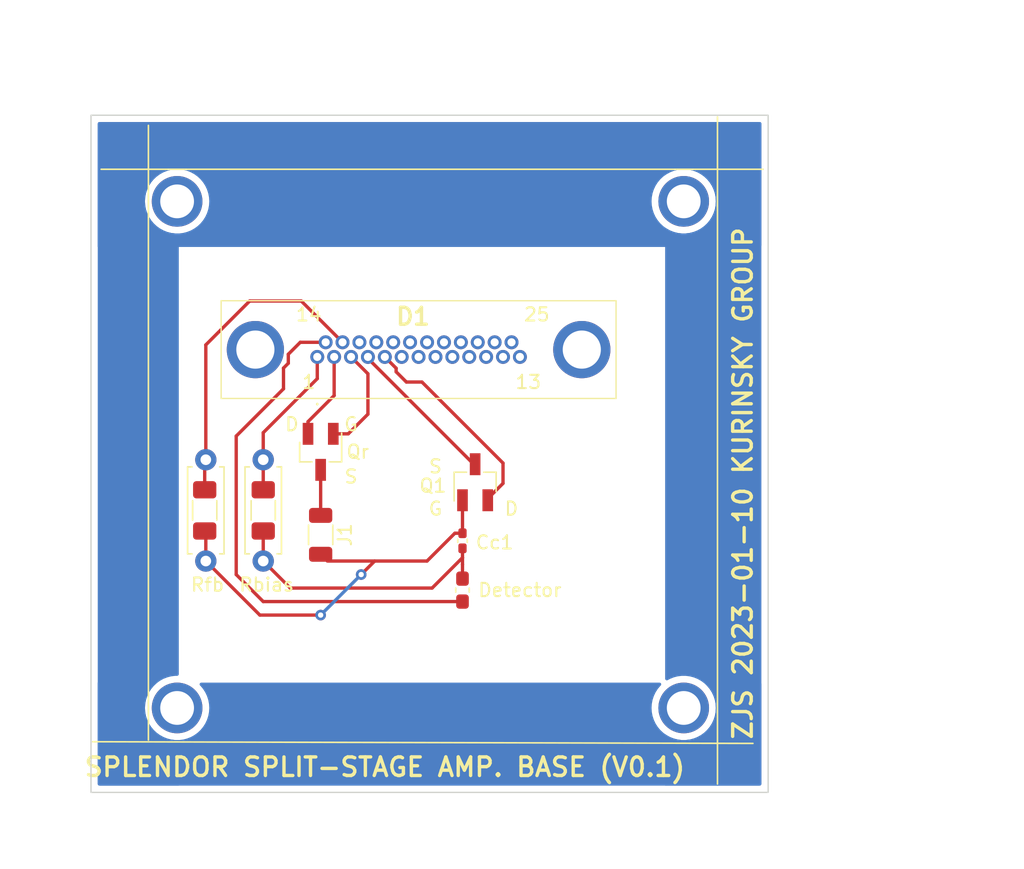
<source format=kicad_pcb>
(kicad_pcb (version 20211014) (generator pcbnew)
  (layers (0 "F.Cu" signal) (31 "B.Cu" signal) (34 "B.Paste" user) (35 "F.Paste" user) (36 "B.SilkS" user "B.Silkscreen") (37 "F.SilkS" user "F.Silkscreen") (38 "B.Mask" user) (39 "F.Mask" user) (44 "Edge.Cuts" user))
  (net 0 "")
  (net 1 "1")
  (net 2 "2")
  (net 3 "3")
  (net 4 "4")
  (net 5 "5")
  (net 6 "14")
  (net 7 "15")
  (net 8 "16")
  (net 9 "17")
  (net 10 "a")
  (net 11 "c")
  (net 12 "13")
  (net 13 "12")
  (net 14 "11")
  (net 15 "10")
  (net 16 "9")
  (net 17 "8")
  (net 18 "7")
  (net 19 "6")
  (net 20 "18")
  (net 21 "19")
  (net 22 "20")
  (net 23 "21")
  (net 24 "22")
  (net 25 "23")
  (net 26 "24")
  (net 27 "25")
  (net 28 "b")
  (footprint "Resistor_SMD:R_1206_3216Metric_Pad1.30x1.75mm_HandSolder" (layer "F.Cu") (at 77.216 78.232 90)
    (fp_text reference "Rbias" (at -5.588 0.254) (layer "F.SilkS"))
    (fp_text value "R_1206_3216Metric_Pad1.30x1.75mm_HandSolder")
    (fp_line (start -0.727064 -0.91) (end 0.727064 -0.91) (layer "F.SilkS") (width 0.12))
    (fp_line (start -0.727064 0.91) (end 0.727064 0.91) (layer "F.SilkS") (width 0.12))
    (pad "1" smd roundrect (at -1.55 0 90) (size 1.3 1.75) (layers "F.Cu" "F.Paste" "F.Mask") (roundrect_rratio 0.192308) (net 28 "b"))
    (pad "2" smd roundrect (at 1.55 0 90) (size 1.3 1.75) (layers "F.Cu" "F.Paste" "F.Mask") (roundrect_rratio 0.192308) (net 1 "1"))
  )
  (footprint "MyFootprintLibrary:SOT-23-Handsolder" (layer "F.Cu") (at 81.534 73.824 -90)
    (fp_text reference "Qr" (at 0 -2.794 -180) (layer "F.SilkS"))
    (fp_text value "Q_NJFET_GDS")
    (fp_text user "S" (at 1.868 -2.286 -180) (layer "F.SilkS"))
    (fp_text user "G" (at -2.069 -2.286 -180) (layer "F.SilkS"))
    (fp_line (start 0.76 1.58) (end 0.76 0.65) (layer "F.SilkS") (width 0.12))
    (fp_line (start 0.76 -1.58) (end 0.76 -0.65) (layer "F.SilkS") (width 0.12))
    (fp_line (start 0.76 1.58) (end -0.7 1.58) (layer "F.SilkS") (width 0.12))
    (fp_line (start 0.76 -1.58) (end -1.4 -1.58) (layer "F.SilkS") (width 0.12))
    (pad "1" smd rect locked (at -1.35 -0.95 270) (size 1.65 0.8) (layers "F.Cu" "F.Paste" "F.Mask") (net 3 "3"))
    (pad "2" smd rect locked (at -1.35 0.95 270) (size 1.65 0.8) (layers "F.Cu" "F.Paste" "F.Mask") (net 2 "2"))
    (pad "3" smd rect locked (at 1.36 0 270) (size 1.65 0.8) (layers "F.Cu" "F.Paste" "F.Mask") (net 10 "a"))
  )
  (footprint "Resistor_THT:R_Axial_DIN0207_L6.3mm_D2.5mm_P7.62mm_Horizontal" (layer "F.Cu") (at 72.898 74.422 -90)
    (fp_text reference "REF**" hide)
    (fp_text value "R_Axial_DIN0207_L6.3mm_D2.5mm_P7.62mm_Horizontal")
    (fp_line (start 0.54 1.04) (end 0.54 1.37) (layer "F.SilkS") (width 0.12))
    (fp_line (start 7.08 1.37) (end 7.08 1.04) (layer "F.SilkS") (width 0.12))
    (fp_line (start 0.54 -1.37) (end 7.08 -1.37) (layer "F.SilkS") (width 0.12))
    (fp_line (start 0.54 -1.04) (end 0.54 -1.37) (layer "F.SilkS") (width 0.12))
    (fp_line (start 7.08 -1.37) (end 7.08 -1.04) (layer "F.SilkS") (width 0.12))
    (fp_line (start 0.54 1.37) (end 7.08 1.37) (layer "F.SilkS") (width 0.12))
    (pad "1" thru_hole circle (at 0 0 270) (size 1.6 1.6) (drill 0.8) (layers *.Cu *.Mask) (net 7 "15"))
    (pad "2" thru_hole oval (at 7.62 0 270) (size 1.6 1.6) (drill 0.8) (layers *.Cu *.Mask) (net 11 "c"))
  )
  (footprint "MyFootprintLibrary:0p1 inch mounting hole" (layer "F.Cu") (at 108.839 54.991 180)
    (fp_text reference "J5" hide)
    (fp_text value "Conn_01x01" hide)
    (pad "1" thru_hole circle locked (at 0 0 180) (size 3.81 3.81) (drill 2.54) (layers *.Cu *.Mask))
  )
  (footprint "Resistor_SMD:R_1206_3216Metric" (layer "F.Cu") (at 81.534 80.0715 -90)
    (fp_text reference "J1" (at 0 -1.82 90) (layer "F.SilkS"))
    (fp_text value "R_1206_3216Metric")
    (fp_line (start -0.727064 0.91) (end 0.727064 0.91) (layer "F.SilkS") (width 0.12))
    (fp_line (start -0.727064 -0.91) (end 0.727064 -0.91) (layer "F.SilkS") (width 0.12))
    (pad "1" smd roundrect (at -1.4625 0 270) (size 1.125 1.75) (layers "F.Cu" "F.Paste" "F.Mask") (roundrect_rratio 0.222222) (net 10 "a"))
    (pad "2" smd roundrect (at 1.4625 0 270) (size 1.125 1.75) (layers "F.Cu" "F.Paste" "F.Mask") (roundrect_rratio 0.222222) (net 11 "c"))
  )
  (footprint "MyFootprintLibrary:0p1 inch mounting hole" (layer "F.Cu") (at 108.839 93.091)
    (fp_text reference "J4" hide)
    (fp_text value "Conn_01x01" hide)
    (pad "1" thru_hole circle locked (at 0 0) (size 3.81 3.81) (drill 2.54) (layers *.Cu *.Mask))
  )
  (footprint "MyFootprintLibrary:0p1 inch mounting hole" (layer "F.Cu") (at 70.739 54.991 -90)
    (fp_text reference "J5" hide)
    (fp_text value "Conn_01x01" hide)
    (pad "1" thru_hole circle locked (at 0 0 270) (size 3.81 3.81) (drill 2.54) (layers *.Cu *.Mask))
  )
  (footprint "Capacitor_SMD:C_0402_1005Metric_Pad0.74x0.62mm_HandSolder" (layer "F.Cu") (at 92.202 80.518 90)
    (fp_text reference "Cc1" (at -0.127 2.413 180) (layer "F.SilkS"))
    (fp_text value "C_0402_1005Metric_Pad0.74x0.62mm_HandSolder")
    (fp_line (start -0.115835 -0.36) (end 0.115835 -0.36) (layer "F.SilkS") (width 0.12))
    (fp_line (start -0.115835 0.36) (end 0.115835 0.36) (layer "F.SilkS") (width 0.12))
    (pad "1" smd roundrect (at -0.5675 0 90) (size 0.735 0.62) (layers "F.Cu" "F.Paste" "F.Mask") (net 28 "b"))
    (pad "2" smd roundrect (at 0.5675 0 90) (size 0.735 0.62) (layers "F.Cu" "F.Paste" "F.Mask") (net 11 "c"))
  )
  (footprint "Connector_Dsub:mdm25_footprint" (layer "F.Cu") (at 88.9 66.04 180)
    (fp_text reference "D1" (at 0.420856 2.383599) (layer "F.SilkS") (effects (font (size 1.27 1.27) (thickness 0.254))))
    (fp_text value "MDM 25 Female" hide)
    (fp_text user "13" (at -8.255 -2.54) (layer "F.SilkS"))
    (fp_text user "25" (at -8.89 2.54) (layer "F.SilkS"))
    (fp_text user "14" (at 8.255 2.54) (layer "F.SilkS"))
    (fp_text user "1" (at 8.255 -2.54) (layer "F.SilkS"))
    (fp_line (start 14.85 -3.775) (end 14.85 3.575) (layer "F.SilkS") (width 0.1))
    (fp_line (start 14.85 3.575) (end -14.85 3.575) (layer "F.SilkS") (width 0.1))
    (fp_line (start 7.62 -4.25) (end 7.62 -4.25) (layer "F.SilkS") (width 0.1))
    (fp_line (start -14.85 -3.775) (end 14.85 -3.775) (layer "F.SilkS") (width 0.1))
    (fp_line (start -14.85 3.575) (end -14.85 -3.775) (layer "F.SilkS") (width 0.1))
    (fp_line (start 7.62 -4.15) (end 7.62 -4.15) (layer "F.SilkS") (width 0.1))
    (fp_arc (start 7.62 -4.15) (mid 7.57 -4.2) (end 7.62 -4.25) (layer "F.SilkS") (width 0.1))
    (fp_arc (start 7.62 -4.25) (mid 7.67 -4.2) (end 7.62 -4.15) (layer "F.SilkS") (width 0.1))
    (pad "1" thru_hole circle (at 7.62 -0.65 180) (size 1.05 1.05) (drill 0.61) (layers *.Cu *.Mask) (net 1 "1"))
    (pad "2" thru_hole circle (at 6.35 -0.65 180) (size 1.05 1.05) (drill 0.61) (layers *.Cu *.Mask) (net 2 "2"))
    (pad "3" thru_hole circle (at 5.08 -0.65 180) (size 1.05 1.05) (drill 0.61) (layers *.Cu *.Mask) (net 3 "3"))
    (pad "4" thru_hole circle (at 3.81 -0.65 180) (size 1.05 1.05) (drill 0.61) (layers *.Cu *.Mask) (net 4 "4"))
    (pad "5" thru_hole circle (at 2.54 -0.65 180) (size 1.05 1.05) (drill 0.61) (layers *.Cu *.Mask) (net 5 "5"))
    (pad "6" thru_hole circle (at 1.27 -0.65 180) (size 1.05 1.05) (drill 0.61) (layers *.Cu *.Mask) (net 19 "6"))
    (pad "7" thru_hole circle (at 0 -0.65 180) (size 1.05 1.05) (drill 0.61) (layers *.Cu *.Mask) (net 18 "7"))
    (pad "8" thru_hole circle (at -1.27 -0.65 180) (size 1.05 1.05) (drill 0.61) (layers *.Cu *.Mask) (net 17 "8"))
    (pad "9" thru_hole circle (at -2.54 -0.65 180) (size 1.05 1.05) (drill 0.61) (layers *.Cu *.Mask) (net 16 "9"))
    (pad "10" thru_hole circle (at -3.81 -0.65 180) (size 1.05 1.05) (drill 0.61) (layers *.Cu *.Mask) (net 15 "10"))
    (pad "11" thru_hole circle (at -5.08 -0.65 180) (size 1.05 1.05) (drill 0.61) (layers *.Cu *.Mask) (net 14 "11"))
    (pad "12" thru_hole circle (at -6.35 -0.65 180) (size 1.05 1.05) (drill 0.61) (layers *.Cu *.Mask) (net 13 "12"))
    (pad "13" thru_hole circle (at -7.62 -0.65 180) (size 1.05 1.05) (drill 0.61) (layers *.Cu *.Mask) (net 12 "13"))
    (pad "14" thru_hole circle (at 6.99 0.45 180) (size 1.05 1.05) (drill 0.61) (layers *.Cu *.Mask) (net 6 "14"))
    (pad "15" thru_hole circle (at 5.72 0.45 180) (size 1.05 1.05) (drill 0.61) (layers *.Cu *.Mask) (net 7 "15"))
    (pad "16" thru_hole circle (at 4.45 0.45 180) (size 1.05 1.05) (drill 0.61) (layers *.Cu *.Mask) (net 8 "16"))
    (pad "17" thru_hole circle (at 3.18 0.45 180) (size 1.05 1.05) (drill 0.61) (layers *.Cu *.Mask) (net 9 "17"))
    (pad "18" thru_hole circle (at 1.91 0.45 180) (size 1.05 1.05) (drill 0.61) (layers *.Cu *.Mask) (net 20 "18"))
    (pad "19" thru_hole circle (at 0.64 0.45 180) (size 1.05 1.05) (drill 0.61) (layers *.Cu *.Mask) (net 21 "19"))
    (pad "20" thru_hole circle (at -0.64 0.45 180) (size 1.05 1.05) (drill 0.61) (layers *.Cu *.Mask) (net 22 "20"))
    (pad "21" thru_hole circle (at -1.91 0.45 180) (size 1.05 1.05) (drill 0.61) (layers *.Cu *.Mask) (net 23 "21"))
    (pad "22" thru_hole circle (at -3.18 0.45 180) (size 1.05 1.05) (drill 0.61) (layers *.Cu *.Mask) (net 24 "22"))
    (pad "23" thru_hole circle (at -4.45 0.45 180) (size 1.05 1.05) (drill 0.61) (layers *.Cu *.Mask) (net 25 "23"))
    (pad "24" thru_hole circle (at -5.72 0.45 180) (size 1.05 1.05) (drill 0.61) (layers *.Cu *.Mask) (net 26 "24"))
    (pad "25" thru_hole circle (at -6.99 0.45 180) (size 1.05 1.05) (drill 0.61) (layers *.Cu *.Mask) (net 27 "25"))
    (pad "MH1" thru_hole circle (at -12.275 -0.1 180) (size 4.305 4.305) (drill 2.87) (layers *.Cu *.Mask))
    (pad "MH2" thru_hole circle (at 12.275 -0.1 180) (size 4.305 4.305) (drill 2.87) (layers *.Cu *.Mask))
  )
  (footprint "Resistor_SMD:R_1206_3216Metric_Pad1.30x1.75mm_HandSolder" (layer "F.Cu") (at 72.814 78.232 90)
    (fp_text reference "Rfb" (at -5.588 0.211) (layer "F.SilkS"))
    (fp_text value "R_1206_3216Metric_Pad1.30x1.75mm_HandSolder")
    (fp_line (start -0.727064 0.91) (end 0.727064 0.91) (layer "F.SilkS") (width 0.12))
    (fp_line (start -0.727064 -0.91) (end 0.727064 -0.91) (layer "F.SilkS") (width 0.12))
    (pad "1" smd roundrect (at -1.55 0 90) (size 1.3 1.75) (layers "F.Cu" "F.Paste" "F.Mask") (roundrect_rratio 0.192308) (net 11 "c"))
    (pad "2" smd roundrect (at 1.55 0 90) (size 1.3 1.75) (layers "F.Cu" "F.Paste" "F.Mask") (roundrect_rratio 0.192308) (net 7 "15"))
  )
  (footprint "MyFootprintLibrary:SOT-23-Handsolder" (layer "F.Cu") (at 93.152 76.12 90)
    (fp_text reference "Q1" (at -0.254 -3.175 180) (layer "F.SilkS"))
    (fp_text value "Q_NJFET_GDS")
    (fp_text user "G" (at -1.985 -2.982 180) (layer "F.SilkS"))
    (fp_text user "D" (at -1.985 2.733 180) (layer "F.SilkS"))
    (fp_text user "S" (at 1.19 -2.982 180) (layer "F.SilkS"))
    (fp_line (start 0.76 1.58) (end 0.76 0.65) (layer "F.SilkS") (width 0.12))
    (fp_line (start 0.76 1.58) (end -0.7 1.58) (layer "F.SilkS") (width 0.12))
    (fp_line (start 0.76 -1.58) (end -1.4 -1.58) (layer "F.SilkS") (width 0.12))
    (fp_line (start 0.76 -1.58) (end 0.76 -0.65) (layer "F.SilkS") (width 0.12))
    (pad "1" smd rect locked (at -1.35 -0.95 90) (size 1.65 0.8) (layers "F.Cu" "F.Paste" "F.Mask") (net 11 "c"))
    (pad "2" smd rect locked (at -1.35 0.95 90) (size 1.65 0.8) (layers "F.Cu" "F.Paste" "F.Mask") (net 5 "5"))
    (pad "3" smd rect locked (at 1.36 0 90) (size 1.65 0.8) (layers "F.Cu" "F.Paste" "F.Mask") (net 4 "4"))
  )
  (footprint "Capacitor_SMD:C_0603_1608Metric_Pad1.08x0.95mm_HandSolder" (layer "F.Cu") (at 92.202 84.2275 90)
    (fp_text reference "Detector" (at 0 4.318 180) (layer "F.SilkS"))
    (fp_text value "C_0603_1608Metric_Pad1.08x0.95mm_HandSolder")
    (fp_line (start -0.146267 -0.51) (end 0.146267 -0.51) (layer "F.SilkS") (width 0.12))
    (fp_line (start -0.146267 0.51) (end 0.146267 0.51) (layer "F.SilkS") (width 0.12))
    (pad "1" smd roundrect (at -0.8625 0 90) (size 1.075 0.95) (layers "F.Cu" "F.Paste" "F.Mask") (net 6 "14"))
    (pad "2" smd roundrect (at 0.8625 0 90) (size 1.075 0.95) (layers "F.Cu" "F.Paste" "F.Mask") (net 28 "b"))
  )
  (footprint "MyFootprintLibrary:0p1 inch mounting hole" (layer "F.Cu") (at 70.739 93.091)
    (fp_text reference "J5" hide)
    (fp_text value "Conn_01x01" hide)
    (pad "1" thru_hole circle locked (at 0 0) (size 3.81 3.81) (drill 2.54) (layers *.Cu *.Mask))
  )
  (footprint "Resistor_THT:R_Axial_DIN0207_L6.3mm_D2.5mm_P7.62mm_Horizontal" (layer "F.Cu") (at 77.216 82.042 90)
    (fp_text reference "REF**" hide)
    (fp_text value "R_Axial_DIN0207_L6.3mm_D2.5mm_P7.62mm_Horizontal")
    (fp_line (start 0.54 -1.04) (end 0.54 -1.37) (layer "F.SilkS") (width 0.12))
    (fp_line (start 0.54 -1.37) (end 7.08 -1.37) (layer "F.SilkS") (width 0.12))
    (fp_line (start 0.54 1.04) (end 0.54 1.37) (layer "F.SilkS") (width 0.12))
    (fp_line (start 7.08 1.37) (end 7.08 1.04) (layer "F.SilkS") (width 0.12))
    (fp_line (start 7.08 -1.37) (end 7.08 -1.04) (layer "F.SilkS") (width 0.12))
    (fp_line (start 0.54 1.37) (end 7.08 1.37) (layer "F.SilkS") (width 0.12))
    (pad "1" thru_hole circle (at 0 0 90) (size 1.6 1.6) (drill 0.8) (layers *.Cu *.Mask) (net 28 "b"))
    (pad "2" thru_hole oval (at 7.62 0 90) (size 1.6 1.6) (drill 0.8) (layers *.Cu *.Mask) (net 1 "1"))
  )
  (gr_line (start 64.389 95.631) (end 114.046 95.758) (layer "F.SilkS") (width 0.12))
  (gr_line (start 65.024 52.578) (end 114.808 52.578) (layer "F.SilkS") (width 0.12))
  (gr_line (start 111.379 98.806) (end 111.379 48.641) (layer "F.SilkS") (width 0.12))
  (gr_line (start 68.58 95.504) (end 68.58 49.276) (layer "F.SilkS") (width 0.12))
  (gr_rect (start 64.262 48.514) (end 115.189 99.441) (layer "Edge.Cuts") (width 0.1) (fill none))
  (gr_text "D" (at 79.375 71.755) (layer "F.SilkS") (effects (font (size 1 1))))
  (gr_text "ZJS 2023-01-10 KURINSKY GROUP\n" (at 113.284 76.2 90) (layer "F.SilkS") (effects (font (size 1.397 1.397) (thickness 0.254))))
  (gr_text "SPLENDOR SPLIT-STAGE AMP. BASE (V0.1)" (at 86.36 97.536) (layer "F.SilkS") (effects (font (size 1.397 1.397) (thickness 0.254))))
  (segment (start 77.216 74.422) (end 77.216 76.682) (width 0.25) (layer "F.Cu") (net 1))
  (segment (start 81.28 68.326) (end 77.216 72.39) (width 0.25) (layer "F.Cu") (net 1))
  (segment (start 77.216 72.39) (end 77.216 74.422) (width 0.25) (layer "F.Cu") (net 1))
  (segment (start 81.28 66.69) (end 81.28 68.326) (width 0.25) (layer "F.Cu") (net 1))
  (segment (start 80.584 71.562) (end 80.584 72.474) (width 0.25) (layer "F.Cu") (net 2))
  (segment (start 82.55 66.69) (end 82.55 69.596) (width 0.25) (layer "F.Cu") (net 2))
  (segment (start 82.55 69.596) (end 80.584 71.562) (width 0.25) (layer "F.Cu") (net 2))
  (segment (start 85.09 67.96) (end 85.09 70.994396) (width 0.25) (layer "F.Cu") (net 3))
  (segment (start 83.610396 72.474) (end 82.23 72.474) (width 0.25) (layer "F.Cu") (net 3))
  (segment (start 85.09 70.994396) (end 83.610396 72.474) (width 0.25) (layer "F.Cu") (net 3))
  (segment (start 83.82 66.69) (end 85.09 67.96) (width 0.25) (layer "F.Cu") (net 3))
  (segment (start 85.09 66.802) (end 93.048 74.76) (width 0.25) (layer "F.Cu") (net 4))
  (segment (start 93.048 74.76) (end 93.152 74.76) (width 0.25) (layer "F.Cu") (net 4))
  (segment (start 85.09 66.69) (end 85.09 66.802) (width 0.25) (layer "F.Cu") (net 4))
  (segment (start 87.21 67.54) (end 86.36 66.69) (width 0.25) (layer "F.Cu") (net 5))
  (segment (start 87.982082 68.58) (end 87.21 67.807918) (width 0.25) (layer "F.Cu") (net 5))
  (segment (start 95.25 76.2) (end 95.25 74.676) (width 0.25) (layer "F.Cu") (net 5))
  (segment (start 94.102 77.348) (end 95.25 76.2) (width 0.25) (layer "F.Cu") (net 5))
  (segment (start 95.25 74.676) (end 89.154 68.58) (width 0.25) (layer "F.Cu") (net 5))
  (segment (start 94.102 77.47) (end 94.102 77.348) (width 0.25) (layer "F.Cu") (net 5))
  (segment (start 87.21 67.807918) (end 87.21 67.54) (width 0.25) (layer "F.Cu") (net 5))
  (segment (start 89.154 68.58) (end 87.982082 68.58) (width 0.25) (layer "F.Cu") (net 5))
  (segment (start 78.74 69.088) (end 78.74 67.528715) (width 0.25) (layer "F.Cu") (net 6))
  (segment (start 79.1025 66.49) (end 80.0025 65.59) (width 0.25) (layer "F.Cu") (net 6))
  (segment (start 92.202 85.09) (end 77.216 85.09) (width 0.25) (layer "F.Cu") (net 6))
  (segment (start 75.184 72.644) (end 78.74 69.088) (width 0.25) (layer "F.Cu") (net 6))
  (segment (start 79.1025 67.166215) (end 79.1025 66.49) (width 0.25) (layer "F.Cu") (net 6))
  (segment (start 75.184 83.058) (end 75.184 72.644) (width 0.25) (layer "F.Cu") (net 6))
  (segment (start 80.0025 65.59) (end 81.91 65.59) (width 0.25) (layer "F.Cu") (net 6))
  (segment (start 78.74 67.528715) (end 79.1025 67.166215) (width 0.25) (layer "F.Cu") (net 6))
  (segment (start 77.216 85.09) (end 75.184 83.058) (width 0.25) (layer "F.Cu") (net 6))
  (segment (start 80.074 62.484) (end 76.2 62.484) (width 0.25) (layer "F.Cu") (net 7))
  (segment (start 72.898 65.786) (end 72.898 74.422) (width 0.25) (layer "F.Cu") (net 7))
  (segment (start 72.814 74.506) (end 72.898 74.422) (width 0.25) (layer "F.Cu") (net 7))
  (segment (start 83.18 65.59) (end 80.074 62.484) (width 0.25) (layer "F.Cu") (net 7))
  (segment (start 76.2 62.484) (end 72.898 65.786) (width 0.25) (layer "F.Cu") (net 7))
  (segment (start 72.814 76.682) (end 72.814 74.506) (width 0.25) (layer "F.Cu") (net 7))
  (segment (start 81.534 75.184) (end 81.534 78.609) (width 0.25) (layer "F.Cu") (net 10))
  (segment (start 72.898 82.042) (end 72.898 79.866) (width 0.25) (layer "F.Cu") (net 11))
  (segment (start 72.898 79.866) (end 72.814 79.782) (width 0.25) (layer "F.Cu") (net 11))
  (segment (start 84.582 83.058) (end 85.598 82.042) (width 0.25) (layer "F.Cu") (net 11))
  (segment (start 89.535 82.042) (end 85.598 82.042) (width 0.25) (layer "F.Cu") (net 11))
  (segment (start 85.598 82.042) (end 82.042 82.042) (width 0.25) (layer "F.Cu") (net 11))
  (segment (start 92.202 79.9505) (end 91.6265 79.9505) (width 0.25) (layer "F.Cu") (net 11))
  (segment (start 92.202 77.47) (end 92.202 79.9505) (width 0.25) (layer "F.Cu") (net 11))
  (segment (start 76.962 86.106) (end 81.534 86.106) (width 0.25) (layer "F.Cu") (net 11))
  (segment (start 91.6265 79.9505) (end 89.535 82.042) (width 0.25) (layer "F.Cu") (net 11))
  (segment (start 72.898 82.042) (end 76.962 86.106) (width 0.25) (layer "F.Cu") (net 11))
  (via (at 81.534 86.106) (size 0.8) (drill 0.4) (layers "F.Cu" "B.Cu") (net 11))
  (via (at 84.582 83.058) (size 0.8) (drill 0.4) (layers "F.Cu" "B.Cu") (net 11))
  (segment (start 81.534 86.106) (end 84.582 83.058) (width 0.25) (layer "B.Cu") (net 11))
  (segment (start 92.202 81.0855) (end 92.202 81.788) (width 0.25) (layer "F.Cu") (net 28))
  (segment (start 77.216 79.782) (end 77.216 82.042) (width 0.25) (layer "F.Cu") (net 28))
  (segment (start 77.216 82.042) (end 79.248 84.074) (width 0.25) (layer "F.Cu") (net 28))
  (segment (start 92.202 82.296) (end 92.202 83.365) (width 0.25) (layer "F.Cu") (net 28))
  (segment (start 89.916 84.074) (end 92.202 81.788) (width 0.25) (layer "F.Cu") (net 28))
  (segment (start 92.202 81.788) (end 92.202 82.296) (width 0.25) (layer "F.Cu") (net 28))
  (segment (start 79.248 84.074) (end 89.916 84.074) (width 0.25) (layer "F.Cu") (net 28))
  (zone (net 0) (net_name "") (layer "B.Cu") (connect_pads (clearance 0.508)) (min_thickness 0.254) (fill yes (thermal_gap 0.508) (thermal_bridge_width 0.508))
    (polygon (pts (xy 115.316 91.186) (xy 115.316 99.568) (xy 64.516 99.568) (xy 64.262 98.298) (xy 64.262 91.186)))
  )
  (zone (net 0) (net_name "") (layer "B.Cu") (connect_pads (clearance 0.508)) (min_thickness 0.254) (fill yes (thermal_gap 0.508) (thermal_bridge_width 0.508))
    (polygon (pts (xy 115.316 48.514) (xy 115.316 58.42) (xy 64.516 58.42) (xy 64.262 53.848) (xy 64.262 48.514)))
  )
  (zone (net 0) (net_name "") (layer "B.Cu") (connect_pads (clearance 0)) (min_thickness 0.254)
    (keepout (tracks not_allowed) (vias not_allowed) (pads allowed) (copperpour not_allowed) (footprints allowed))
    (fill (thermal_gap 0.508) (thermal_bridge_width 0.508))
    (polygon (pts (xy 95.057 73.58) (xy 95.057 78.66) (xy 91.247 78.66) (xy 91.247 73.58)))
  )
  (zone (net 0) (net_name "") (layer "B.Cu") (connect_pads (clearance 0)) (min_thickness 0.254)
    (keepout (tracks not_allowed) (vias not_allowed) (pads allowed) (copperpour not_allowed) (footprints allowed))
    (fill (thermal_gap 0.508) (thermal_bridge_width 0.508))
    (polygon (pts (xy 79.629 76.364) (xy 79.629 71.284) (xy 83.439 71.284) (xy 83.439 76.364)))
  )
  (zone (net 0) (net_name "") (layer "B.Cu") (connect_pads (clearance 0.508)) (min_thickness 0.254) (fill yes (thermal_gap 0.508) (thermal_bridge_width 0.508))
    (polygon (pts (xy 114.808 99.568) (xy 107.442 99.568) (xy 107.442 48.768) (xy 108.712 48.514) (xy 114.808 48.514)))
  )
  (zone (net 0) (net_name "") (layer "B.Cu") (connect_pads (clearance 0.508)) (min_thickness 0.254) (fill yes (thermal_gap 0.508) (thermal_bridge_width 0.508))
    (polygon (pts (xy 64.516 48.514) (xy 70.866 48.514) (xy 70.866 99.314) (xy 70.612 99.568) (xy 64.516 99.568)))
  )
)
</source>
